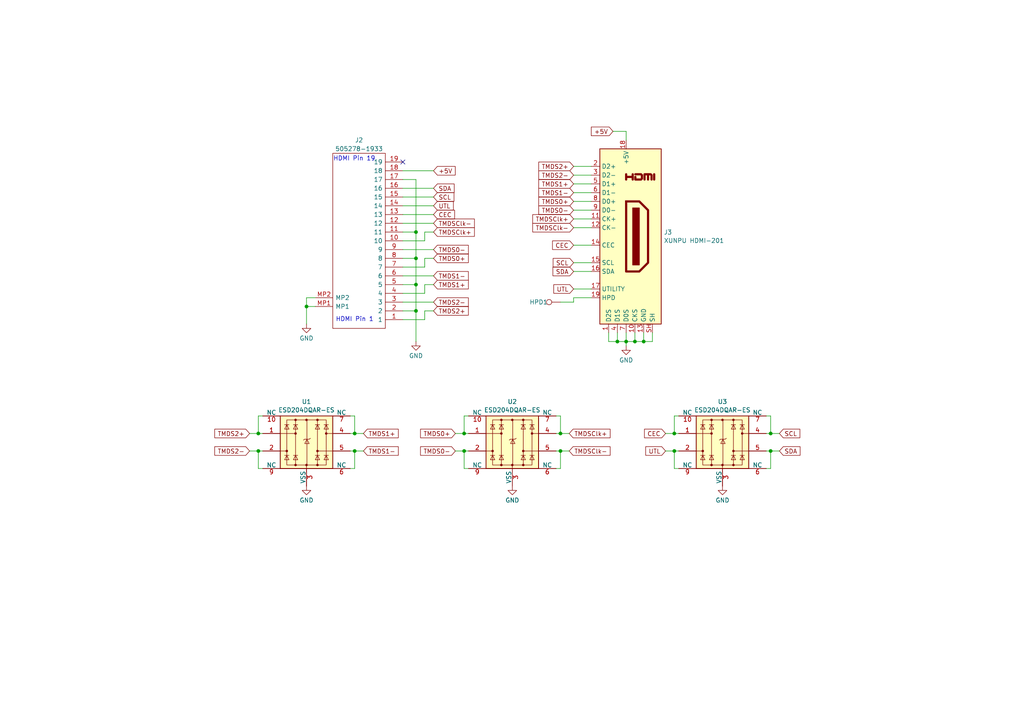
<source format=kicad_sch>
(kicad_sch (version 20240101) (generator "eeschema") (generator_version "8.99")
  (paper "A4")
  (lib_symbols
    (symbol "Connector:HDMI_C_1.3"
      (property "Reference" "J" (at -6.35 26.67 0))
      (property "Value" "HDMI_C_1.3" (at 10.16 26.67 0))
      (symbol "HDMI_C_1.3_0_0"
        (polyline (pts (xy 8.128 16.51) (xy 8.128 18.034)) (stroke (width 0.635)))
        (polyline (pts (xy 0 16.51) (xy 0 18.034) (xy 0 17.272) (xy 1.905 17.272) (xy 1.905 18.034) (xy 1.905 16.51)) (stroke (width 0.635)))
        (polyline (pts (xy 2.667 18.034) (xy 4.318 18.034) (xy 4.572 17.78) (xy 4.572 16.764) (xy 4.318 16.51) (xy 2.667 16.51) (xy 2.667 17.272)) (stroke (width 0.635)))
      )
      (symbol "HDMI_C_1.3_0_1"
        (rectangle (start -7.62 25.4) (end 10.16 -25.4) (stroke (width 0.254)) (fill (type background)))
        (polyline (pts (xy 0 10.16) (xy 3.81 10.16) (xy 6.35 7.62) (xy 6.35 -7.62) (xy 3.81 -10.16) (xy 0 -10.16) (xy 0 10.16)) (stroke (width 0.635)))
        (polyline (pts (xy 5.334 16.51) (xy 5.334 18.034) (xy 6.35 18.034) (xy 6.35 16.51) (xy 6.35 18.034) (xy 7.112 18.034) (xy 7.366 17.78) (xy 7.366 16.51)) (stroke (width 0.635)))
        (rectangle (start 1.905 8.255) (end 3.81 -8.255) (stroke (width 0.254)) (fill (type outline)))
      )
      (symbol "HDMI_C_1.3_1_1"
        (pin power_in line (at -5.08 -27.94 90) (length 2.54) (name "D2S") (number "1"))
        (pin power_in line (at 2.54 -27.94 90) (length 2.54) (name "CKS") (number "10"))
        (pin passive line (at -10.16 5.08 0) (length 2.54) (name "CK+") (number "11"))
        (pin passive line (at -10.16 2.54 0) (length 2.54) (name "CK-") (number "12"))
        (pin power_in line (at 5.08 -27.94 90) (length 2.54) (name "GND") (number "13"))
        (pin bidirectional line (at -10.16 -2.54 0) (length 2.54) (name "CEC") (number "14"))
        (pin passive line (at -10.16 -7.62 0) (length 2.54) (name "SCL") (number "15"))
        (pin bidirectional line (at -10.16 -10.16 0) (length 2.54) (name "SDA") (number "16"))
        (pin passive line (at -10.16 -15.24 0) (length 2.54) (name "UTILITY") (number "17"))
        (pin power_in line (at 0 27.94 270) (length 2.54) (name "+5V") (number "18"))
        (pin passive line (at -10.16 -17.78 0) (length 2.54) (name "HPD") (number "19"))
        (pin passive line (at -10.16 20.32 0) (length 2.54) (name "D2+") (number "2"))
        (pin passive line (at -10.16 17.78 0) (length 2.54) (name "D2-") (number "3"))
        (pin power_in line (at -2.54 -27.94 90) (length 2.54) (name "D1S") (number "4"))
        (pin passive line (at -10.16 15.24 0) (length 2.54) (name "D1+") (number "5"))
        (pin passive line (at -10.16 12.7 0) (length 2.54) (name "D1-") (number "6"))
        (pin power_in line (at 0 -27.94 90) (length 2.54) (name "D0S") (number "7"))
        (pin passive line (at -10.16 10.16 0) (length 2.54) (name "D0+") (number "8"))
        (pin passive line (at -10.16 7.62 0) (length 2.54) (name "D0-") (number "9"))
        (pin passive line (at 7.62 -27.94 90) (length 2.54) (name "SH") (number "SH"))
      )
    )
    (symbol "Connector:TestPoint" (pin_numbers hide) (pin_names (offset 0.762) hide)
      (property "Reference" "TP" (at 0 6.858 0))
      (property "Value" "TestPoint" (at 0 5.08 0))
      (symbol "TestPoint_0_1"
        (circle (center 0 3.302) (radius 0.762))
      )
      (symbol "TestPoint_1_1"
        (pin passive line (at 0 0 90) (length 2.54) (name "1") (number "1"))
      )
    )
    (symbol "Power_Protection:D3V3XA4B10LP" (pin_names (offset 0))
      (property "Reference" "U" (at -0.635 8.89 0))
      (property "Value" "D3V3XA4B10LP" (at 8.89 -10.16 0))
      (symbol "D3V3XA4B10LP_0_0"
        (rectangle (start -5.715 6.477) (end 5.715 -6.604))
        (polyline (pts (xy -3.175 -6.604) (xy -3.175 6.477)))
        (polyline (pts (xy 0.127 6.477) (xy 0.127 -6.604)))
        (polyline (pts (xy 3.175 6.477) (xy 3.175 -6.604)))
      )
      (symbol "D3V3XA4B10LP_0_1"
        (rectangle (start -7.62 7.62) (end 7.62 -7.62) (stroke (width 0.254)) (fill (type background)))
        (circle (center -5.715 -2.54) (radius 0.2794) (fill (type outline)))
        (circle (center -3.175 -6.604) (radius 0.2794) (fill (type outline)))
        (circle (center -3.175 2.54) (radius 0.2794) (fill (type outline)))
        (circle (center -3.175 6.477) (radius 0.2794) (fill (type outline)))
        (circle (center 0 -6.604) (radius 0.2794) (fill (type outline)))
        (polyline (pts (xy -7.747 2.54) (xy -3.175 2.54)))
        (polyline (pts (xy -7.62 -2.54) (xy -5.715 -2.54)))
        (polyline (pts (xy -5.08 -3.81) (xy -6.35 -3.81)))
        (polyline (pts (xy -5.08 5.08) (xy -6.35 5.08)))
        (polyline (pts (xy -2.54 -3.81) (xy -3.81 -3.81)))
        (polyline (pts (xy -2.54 5.08) (xy -3.81 5.08)))
        (polyline (pts (xy -0.508 0.889) (xy -0.889 0.635)))
        (polyline (pts (xy 0 -6.604) (xy 0 -7.62)))
        (polyline (pts (xy 0.762 0.889) (xy -0.508 0.889)))
        (polyline (pts (xy 0.762 0.889) (xy 1.143 1.143)))
        (polyline (pts (xy 3.81 -3.81) (xy 2.54 -3.81)))
        (polyline (pts (xy 3.81 5.08) (xy 2.54 5.08)))
        (polyline (pts (xy 6.35 -3.81) (xy 5.08 -3.81)))
        (polyline (pts (xy 6.35 5.08) (xy 5.08 5.08)))
        (polyline (pts (xy 7.62 -2.54) (xy 3.175 -2.54)))
        (polyline (pts (xy 7.62 2.54) (xy 5.715 2.54)))
        (polyline (pts (xy -5.08 -5.08) (xy -6.35 -5.08) (xy -5.715 -3.81) (xy -5.08 -5.08)))
        (polyline (pts (xy -5.08 3.81) (xy -6.35 3.81) (xy -5.715 5.08) (xy -5.08 3.81)))
        (polyline (pts (xy -2.54 -5.08) (xy -3.81 -5.08) (xy -3.175 -3.81) (xy -2.54 -5.08)))
        (polyline (pts (xy -2.54 3.81) (xy -3.81 3.81) (xy -3.175 5.08) (xy -2.54 3.81)))
        (polyline (pts (xy 0.762 -0.381) (xy -0.508 -0.381) (xy 0.127 0.889) (xy 0.762 -0.381)))
        (polyline (pts (xy 3.81 -5.08) (xy 2.54 -5.08) (xy 3.175 -3.81) (xy 3.81 -5.08)))
        (polyline (pts (xy 3.81 3.81) (xy 2.54 3.81) (xy 3.175 5.08) (xy 3.81 3.81)))
        (polyline (pts (xy 6.35 -5.08) (xy 5.08 -5.08) (xy 5.715 -3.81) (xy 6.35 -5.08)))
        (polyline (pts (xy 6.35 3.81) (xy 5.08 3.81) (xy 5.715 5.08) (xy 6.35 3.81)))
        (circle (center 0 6.477) (radius 0.2794) (fill (type outline)))
        (circle (center 3.175 -6.604) (radius 0.2794) (fill (type outline)))
        (circle (center 3.175 -2.54) (radius 0.2794) (fill (type outline)))
        (circle (center 3.175 6.477) (radius 0.2794) (fill (type outline)))
        (circle (center 5.715 2.54) (radius 0.2794) (fill (type outline)))
      )
      (symbol "D3V3XA4B10LP_1_1"
        (pin passive line (at -12.7 2.54 0) (length 5.08) (name "~") (number "1"))
        (pin free line (at -12.7 7.62 0) (length 5.08) (name "NC") (number "10"))
        (pin passive line (at -12.7 -2.54 0) (length 5.08) (name "~") (number "2"))
        (pin power_in line (at 0 -12.7 90) (length 5.08) (name "VSS") (number "3"))
        (pin passive line (at 12.7 2.54 180) (length 5.08) (name "~") (number "4"))
        (pin passive line (at 12.7 -2.54 180) (length 5.08) (name "~") (number "5"))
        (pin free line (at 12.7 -7.62 180) (length 5.08) (name "NC") (number "6"))
        (pin free line (at 12.7 7.62 180) (length 5.08) (name "NC") (number "7"))
        (pin passive line (at 0 -12.7 90) (length 5.08) hide (name "VSS") (number "8"))
        (pin free line (at -12.7 -7.62 0) (length 5.08) (name "NC") (number "9"))
      )
    )
    (symbol "SamacSys_Parts:505278-1933" (pin_names (offset 0.762))
      (property "Reference" "J23" (at 12.7 6.6337 0))
      (property "Value" "505278-1933" (at 12.7 4.2094 0))
      (symbol "505278-1933_0_0"
        (pin passive line (at 25.4 0 180) (length 5.08) (name "1") (number "1"))
        (pin passive line (at 25.4 -22.86 180) (length 5.08) (name "10") (number "10"))
        (pin passive line (at 25.4 -25.4 180) (length 5.08) (name "11") (number "11"))
        (pin passive line (at 25.4 -27.94 180) (length 5.08) (name "12") (number "12"))
        (pin passive line (at 25.4 -30.48 180) (length 5.08) (name "13") (number "13"))
        (pin passive line (at 25.4 -33.02 180) (length 5.08) (name "14") (number "14"))
        (pin passive line (at 25.4 -35.56 180) (length 5.08) (name "15") (number "15"))
        (pin passive line (at 25.4 -38.1 180) (length 5.08) (name "16") (number "16"))
        (pin passive line (at 25.4 -40.64 180) (length 5.08) (name "17") (number "17"))
        (pin passive line (at 25.4 -43.18 180) (length 5.08) (name "18") (number "18"))
        (pin passive line (at 25.4 -45.72 180) (length 5.08) (name "19") (number "19"))
        (pin passive line (at 25.4 -2.54 180) (length 5.08) (name "2") (number "2"))
        (pin passive line (at 25.4 -5.08 180) (length 5.08) (name "3") (number "3"))
        (pin passive line (at 25.4 -7.62 180) (length 5.08) (name "4") (number "4"))
        (pin passive line (at 25.4 -10.16 180) (length 5.08) (name "5") (number "5"))
        (pin passive line (at 25.4 -12.7 180) (length 5.08) (name "6") (number "6"))
        (pin passive line (at 25.4 -15.24 180) (length 5.08) (name "7") (number "7"))
        (pin passive line (at 25.4 -17.78 180) (length 5.08) (name "8") (number "8"))
        (pin passive line (at 25.4 -20.32 180) (length 5.08) (name "9") (number "9"))
        (pin passive line (at 0 -3.81 0) (length 5.08) (name "MP1") (number "MP1"))
        (pin passive line (at 0 -6.35 0) (length 5.08) (name "MP2") (number "MP2"))
      )
      (symbol "505278-1933_0_1"
        (polyline (pts (xy 5.08 2.54) (xy 20.32 2.54) (xy 20.32 -48.26) (xy 5.08 -48.26) (xy 5.08 2.54)) (stroke (width 0.1524)))
      )
    )
    (symbol "power:GND" (power) (pin_names (offset 0))
      (property "Value" "GND" (at 0 -3.81 0))
      (symbol "GND_0_1"
        (polyline (pts (xy 0 0) (xy 0 -1.27) (xy 1.27 -1.27) (xy 0 -2.54) (xy -1.27 -1.27) (xy 0 -1.27)))
      )
      (symbol "GND_1_1"
        (pin power_in line (at 0 0 270) (length 0) hide (name "GND") (number "1"))
      )
    )
  )
  (junction (at 74.93 125.73))
  (junction (at 134.62 130.81))
  (junction (at 223.52 130.81))
  (junction (at 134.62 125.73))
  (junction (at 120.65 82.55))
  (junction (at 162.56 125.73))
  (junction (at 195.58 125.73))
  (junction (at 120.65 90.17))
  (junction (at 181.61 99.06))
  (junction (at 184.15 99.06))
  (junction (at 186.69 99.06))
  (junction (at 120.65 74.93))
  (junction (at 162.56 130.81))
  (junction (at 102.87 125.73))
  (junction (at 195.58 130.81))
  (junction (at 120.65 67.31))
  (junction (at 223.52 125.73))
  (junction (at 102.87 130.81))
  (junction (at 88.9 88.9))
  (junction (at 179.07 99.06))
  (junction (at 74.93 130.81))
  (no_connect (at 116.84 46.99))
  (wire (pts (xy 134.62 135.89) (xy 134.62 130.81)))
  (wire (pts (xy 102.87 135.89) (xy 102.87 130.81)))
  (wire (pts (xy 125.73 87.63) (xy 116.84 87.63)))
  (wire (pts (xy 189.23 99.06) (xy 189.23 96.52)))
  (wire (pts (xy 116.84 69.85) (xy 123.19 69.85)))
  (wire (pts (xy 177.8 38.1) (xy 181.61 38.1)))
  (wire (pts (xy 223.52 135.89) (xy 223.52 130.81)))
  (wire (pts (xy 72.39 125.73) (xy 74.93 125.73)))
  (wire (pts (xy 166.37 78.74) (xy 171.45 78.74)))
  (wire (pts (xy 123.19 82.55) (xy 123.19 85.09)))
  (wire (pts (xy 88.9 86.36) (xy 88.9 88.9)))
  (wire (pts (xy 165.1 125.73) (xy 162.56 125.73)))
  (wire (pts (xy 120.65 90.17) (xy 116.84 90.17)))
  (wire (pts (xy 166.37 63.5) (xy 171.45 63.5)))
  (wire (pts (xy 181.61 99.06) (xy 184.15 99.06)))
  (wire (pts (xy 125.73 80.01) (xy 116.84 80.01)))
  (wire (pts (xy 196.85 120.65) (xy 195.58 120.65)))
  (wire (pts (xy 132.08 125.73) (xy 134.62 125.73)))
  (wire (pts (xy 101.6 135.89) (xy 102.87 135.89)))
  (wire (pts (xy 161.29 120.65) (xy 162.56 120.65)))
  (wire (pts (xy 166.37 53.34) (xy 171.45 53.34)))
  (wire (pts (xy 195.58 125.73) (xy 196.85 125.73)))
  (wire (pts (xy 195.58 135.89) (xy 195.58 130.81)))
  (wire (pts (xy 166.37 71.12) (xy 171.45 71.12)))
  (wire (pts (xy 226.06 125.73) (xy 223.52 125.73)))
  (wire (pts (xy 105.41 125.73) (xy 102.87 125.73)))
  (wire (pts (xy 116.84 59.69) (xy 125.73 59.69)))
  (wire (pts (xy 74.93 135.89) (xy 74.93 130.81)))
  (wire (pts (xy 102.87 120.65) (xy 102.87 125.73)))
  (wire (pts (xy 179.07 99.06) (xy 181.61 99.06)))
  (wire (pts (xy 135.89 120.65) (xy 134.62 120.65)))
  (wire (pts (xy 166.37 83.82) (xy 171.45 83.82)))
  (wire (pts (xy 74.93 120.65) (xy 74.93 125.73)))
  (wire (pts (xy 74.93 125.73) (xy 76.2 125.73)))
  (wire (pts (xy 120.65 82.55) (xy 120.65 74.93)))
  (wire (pts (xy 162.56 130.81) (xy 161.29 130.81)))
  (wire (pts (xy 88.9 93.98) (xy 88.9 88.9)))
  (wire (pts (xy 88.9 88.9) (xy 91.44 88.9)))
  (wire (pts (xy 193.04 125.73) (xy 195.58 125.73)))
  (wire (pts (xy 165.1 130.81) (xy 162.56 130.81)))
  (wire (pts (xy 223.52 125.73) (xy 222.25 125.73)))
  (wire (pts (xy 166.37 66.04) (xy 171.45 66.04)))
  (wire (pts (xy 72.39 130.81) (xy 74.93 130.81)))
  (wire (pts (xy 125.73 67.31) (xy 123.19 67.31)))
  (wire (pts (xy 222.25 120.65) (xy 223.52 120.65)))
  (wire (pts (xy 116.84 77.47) (xy 123.19 77.47)))
  (wire (pts (xy 74.93 130.81) (xy 76.2 130.81)))
  (wire (pts (xy 135.89 135.89) (xy 134.62 135.89)))
  (wire (pts (xy 223.52 130.81) (xy 222.25 130.81)))
  (wire (pts (xy 116.84 49.53) (xy 125.73 49.53)))
  (wire (pts (xy 161.29 135.89) (xy 162.56 135.89)))
  (wire (pts (xy 120.65 74.93) (xy 120.65 67.31)))
  (wire (pts (xy 181.61 99.06) (xy 181.61 100.33)))
  (wire (pts (xy 162.56 125.73) (xy 161.29 125.73)))
  (wire (pts (xy 125.73 74.93) (xy 123.19 74.93)))
  (wire (pts (xy 162.56 87.63) (xy 166.37 87.63)))
  (wire (pts (xy 186.69 96.52) (xy 186.69 99.06)))
  (wire (pts (xy 176.53 99.06) (xy 179.07 99.06)))
  (wire (pts (xy 91.44 86.36) (xy 88.9 86.36)))
  (wire (pts (xy 125.73 57.15) (xy 116.84 57.15)))
  (wire (pts (xy 222.25 135.89) (xy 223.52 135.89)))
  (wire (pts (xy 120.65 74.93) (xy 116.84 74.93)))
  (wire (pts (xy 176.53 96.52) (xy 176.53 99.06)))
  (wire (pts (xy 181.61 96.52) (xy 181.61 99.06)))
  (wire (pts (xy 184.15 99.06) (xy 186.69 99.06)))
  (wire (pts (xy 166.37 60.96) (xy 171.45 60.96)))
  (wire (pts (xy 120.65 52.07) (xy 116.84 52.07)))
  (wire (pts (xy 116.84 62.23) (xy 125.73 62.23)))
  (wire (pts (xy 120.65 99.06) (xy 120.65 90.17)))
  (wire (pts (xy 134.62 120.65) (xy 134.62 125.73)))
  (wire (pts (xy 184.15 96.52) (xy 184.15 99.06)))
  (wire (pts (xy 125.73 82.55) (xy 123.19 82.55)))
  (wire (pts (xy 132.08 130.81) (xy 134.62 130.81)))
  (wire (pts (xy 195.58 120.65) (xy 195.58 125.73)))
  (wire (pts (xy 186.69 99.06) (xy 189.23 99.06)))
  (wire (pts (xy 181.61 38.1) (xy 181.61 40.64)))
  (wire (pts (xy 134.62 130.81) (xy 135.89 130.81)))
  (wire (pts (xy 125.73 72.39) (xy 116.84 72.39)))
  (wire (pts (xy 193.04 130.81) (xy 195.58 130.81)))
  (wire (pts (xy 166.37 87.63) (xy 166.37 86.36)))
  (wire (pts (xy 162.56 135.89) (xy 162.56 130.81)))
  (wire (pts (xy 166.37 48.26) (xy 171.45 48.26)))
  (wire (pts (xy 102.87 130.81) (xy 101.6 130.81)))
  (wire (pts (xy 120.65 67.31) (xy 120.65 52.07)))
  (wire (pts (xy 125.73 90.17) (xy 123.19 90.17)))
  (wire (pts (xy 166.37 50.8) (xy 171.45 50.8)))
  (wire (pts (xy 223.52 120.65) (xy 223.52 125.73)))
  (wire (pts (xy 166.37 58.42) (xy 171.45 58.42)))
  (wire (pts (xy 120.65 82.55) (xy 116.84 82.55)))
  (wire (pts (xy 134.62 125.73) (xy 135.89 125.73)))
  (wire (pts (xy 116.84 54.61) (xy 125.73 54.61)))
  (wire (pts (xy 125.73 64.77) (xy 116.84 64.77)))
  (wire (pts (xy 120.65 67.31) (xy 116.84 67.31)))
  (wire (pts (xy 123.19 85.09) (xy 116.84 85.09)))
  (wire (pts (xy 166.37 55.88) (xy 171.45 55.88)))
  (wire (pts (xy 123.19 74.93) (xy 123.19 77.47)))
  (wire (pts (xy 120.65 90.17) (xy 120.65 82.55)))
  (wire (pts (xy 195.58 130.81) (xy 196.85 130.81)))
  (wire (pts (xy 166.37 76.2) (xy 171.45 76.2)))
  (wire (pts (xy 162.56 120.65) (xy 162.56 125.73)))
  (wire (pts (xy 196.85 135.89) (xy 195.58 135.89)))
  (wire (pts (xy 76.2 135.89) (xy 74.93 135.89)))
  (wire (pts (xy 166.37 86.36) (xy 171.45 86.36)))
  (wire (pts (xy 123.19 69.85) (xy 123.19 67.31)))
  (wire (pts (xy 102.87 125.73) (xy 101.6 125.73)))
  (wire (pts (xy 76.2 120.65) (xy 74.93 120.65)))
  (wire (pts (xy 179.07 96.52) (xy 179.07 99.06)))
  (wire (pts (xy 101.6 120.65) (xy 102.87 120.65)))
  (wire (pts (xy 105.41 130.81) (xy 102.87 130.81)))
  (wire (pts (xy 116.84 92.71) (xy 123.19 92.71)))
  (wire (pts (xy 226.06 130.81) (xy 223.52 130.81)))
  (wire (pts (xy 123.19 92.71) (xy 123.19 90.17)))
  (text "HDMI Pin 19" (at 102.7582 46.113 0) (effects (font (size 1.27 1.27))))
  (text "HDMI Pin 1" (at 102.87 92.71 0) (effects (font (size 1.27 1.27))))
  (global_label "CEC" (shape input) (at 125.73 62.23 0) (property "Intersheetrefs" "${INTERSHEET_REFS}" (effects (hide yes))))
  (global_label "CEC" (shape input) (at 193.04 125.73 180) (property "Intersheetrefs" "${INTERSHEET_REFS}" (effects (hide yes))))
  (global_label "TMDS0+" (shape input) (at 125.73 74.93 0) (property "Intersheetrefs" "${INTERSHEET_REFS}" (effects (hide yes))))
  (global_label "TMDSClk+" (shape input) (at 166.37 63.5 180) (property "Intersheetrefs" "${INTERSHEET_REFS}" (effects (hide yes))))
  (global_label "TMDSClk-" (shape input) (at 166.37 66.04 180) (property "Intersheetrefs" "${INTERSHEET_REFS}" (effects (hide yes))))
  (global_label "CEC" (shape input) (at 166.37 71.12 180) (property "Intersheetrefs" "${INTERSHEET_REFS}" (effects (hide yes))))
  (global_label "UTL" (shape input) (at 125.73 59.69 0) (property "Intersheetrefs" "${INTERSHEET_REFS}" (effects (hide yes))))
  (global_label "TMDS1-" (shape input) (at 166.37 55.88 180) (property "Intersheetrefs" "${INTERSHEET_REFS}" (effects (hide yes))))
  (global_label "SDA" (shape input) (at 226.06 130.81 0) (property "Intersheetrefs" "${INTERSHEET_REFS}" (effects (hide yes))))
  (global_label "TMDS2-" (shape input) (at 72.39 130.81 180) (property "Intersheetrefs" "${INTERSHEET_REFS}" (effects (hide yes))))
  (global_label "TMDS1-" (shape input) (at 105.41 130.81 0) (property "Intersheetrefs" "${INTERSHEET_REFS}" (effects (hide yes))))
  (global_label "TMDS2+" (shape input) (at 72.39 125.73 180) (property "Intersheetrefs" "${INTERSHEET_REFS}" (effects (hide yes))))
  (global_label "TMDS1+" (shape input) (at 105.41 125.73 0) (property "Intersheetrefs" "${INTERSHEET_REFS}" (effects (hide yes))))
  (global_label "TMDS0+" (shape input) (at 132.08 125.73 180) (property "Intersheetrefs" "${INTERSHEET_REFS}" (effects (hide yes))))
  (global_label "TMDS1+" (shape input) (at 166.37 53.34 180) (property "Intersheetrefs" "${INTERSHEET_REFS}" (effects (hide yes))))
  (global_label "+5V" (shape input) (at 125.73 49.53 0) (property "Intersheetrefs" "${INTERSHEET_REFS}" (effects (hide yes))))
  (global_label "TMDSClk-" (shape input) (at 165.1 130.81 0) (property "Intersheetrefs" "${INTERSHEET_REFS}" (effects (hide yes))))
  (global_label "TMDS1+" (shape input) (at 125.73 82.55 0) (property "Intersheetrefs" "${INTERSHEET_REFS}" (effects (hide yes))))
  (global_label "TMDSClk-" (shape input) (at 125.73 64.77 0) (property "Intersheetrefs" "${INTERSHEET_REFS}" (effects (hide yes))))
  (global_label "SDA" (shape input) (at 125.73 54.61 0) (property "Intersheetrefs" "${INTERSHEET_REFS}" (effects (hide yes))))
  (global_label "TMDS2-" (shape input) (at 166.37 50.8 180) (property "Intersheetrefs" "${INTERSHEET_REFS}" (effects (hide yes))))
  (global_label "TMDS2+" (shape input) (at 125.73 90.17 0) (property "Intersheetrefs" "${INTERSHEET_REFS}" (effects (hide yes))))
  (global_label "TMDS0+" (shape input) (at 166.37 58.42 180) (property "Intersheetrefs" "${INTERSHEET_REFS}" (effects (hide yes))))
  (global_label "SCL" (shape input) (at 125.73 57.15 0) (property "Intersheetrefs" "${INTERSHEET_REFS}" (effects (hide yes))))
  (global_label "TMDSClk+" (shape input) (at 165.1 125.73 0) (property "Intersheetrefs" "${INTERSHEET_REFS}" (effects (hide yes))))
  (global_label "TMDS0-" (shape input) (at 166.37 60.96 180) (property "Intersheetrefs" "${INTERSHEET_REFS}" (effects (hide yes))))
  (global_label "TMDS0-" (shape input) (at 132.08 130.81 180) (property "Intersheetrefs" "${INTERSHEET_REFS}" (effects (hide yes))))
  (global_label "SDA" (shape input) (at 166.37 78.74 180) (property "Intersheetrefs" "${INTERSHEET_REFS}" (effects (hide yes))))
  (global_label "UTL" (shape input) (at 193.04 130.81 180) (property "Intersheetrefs" "${INTERSHEET_REFS}" (effects (hide yes))))
  (global_label "TMDS1-" (shape input) (at 125.73 80.01 0) (property "Intersheetrefs" "${INTERSHEET_REFS}" (effects (hide yes))))
  (global_label "SCL" (shape input) (at 226.06 125.73 0) (property "Intersheetrefs" "${INTERSHEET_REFS}" (effects (hide yes))))
  (global_label "+5V" (shape input) (at 177.8 38.1 180) (property "Intersheetrefs" "${INTERSHEET_REFS}" (effects (hide yes))))
  (global_label "TMDS2-" (shape input) (at 125.73 87.63 0) (property "Intersheetrefs" "${INTERSHEET_REFS}" (effects (hide yes))))
  (global_label "UTL" (shape input) (at 166.37 83.82 180) (property "Intersheetrefs" "${INTERSHEET_REFS}" (effects (hide yes))))
  (global_label "SCL" (shape input) (at 166.37 76.2 180) (property "Intersheetrefs" "${INTERSHEET_REFS}" (effects (hide yes))))
  (global_label "TMDS0-" (shape input) (at 125.73 72.39 0) (property "Intersheetrefs" "${INTERSHEET_REFS}" (effects (hide yes))))
  (global_label "TMDSClk+" (shape input) (at 125.73 67.31 0) (property "Intersheetrefs" "${INTERSHEET_REFS}" (effects (hide yes))))
  (global_label "TMDS2+" (shape input) (at 166.37 48.26 180) (property "Intersheetrefs" "${INTERSHEET_REFS}" (effects (hide yes))))
  (symbol (lib_id "Connector:HDMI_C_1.3") (at 181.61 68.58 0) (unit 1)
    (property "Reference" "J3" (at 192.532 67.3678 0) (effects (justify left)))
    (property "Value" "XUNPU HDMI-201" (at 192.532 69.7921 0) (effects (justify left)))
    (property "Footprint" "SamacSys_Parts:685119136923" (effects (hide yes)))
    (property "Datasheet" "http://pinoutguide.com/PortableDevices/mini_hdmi_pinout.shtml" (effects (hide yes)))
    (property "Description" "HDMI 1.3+ type C connector" (effects (hide yes)))
  )
  (symbol (lib_id "power:GND") (at 148.59 140.97 0) (mirror y) (unit 1)
    (property "Reference" "#PWR04" (effects (hide yes)))
    (property "Value" "GND" (at 148.59 145.1031 0))
    (property "Description" "Power symbol creates a global label with name \"GND\" , ground" (effects (hide yes)))
  )
  (symbol (lib_id "Connector:TestPoint") (at 162.56 87.63 90) (unit 1)
    (property "Reference" "HPD1" (at 156.21 87.63 90))
    (property "Value" "TestPoint" (effects (hide yes)))
    (property "Footprint" "TestPoint:TestPoint_Pad_D1.0mm" (effects (hide yes)))
    (property "Description" "test point" (effects (hide yes)))
  )
  (symbol (lib_id "SamacSys_Parts:505278-1933") (at 91.44 92.71 0) (mirror x) (unit 1)
    (property "Reference" "J2" (at 104.14 40.64 0))
    (property "Value" "505278-1933" (at 104.14 43.18 0))
    (property "Footprint" "SamacSys_Parts:5052781933" (effects (hide yes)))
    (property "Datasheet" "https://www.molex.com/pdm_docs/sd/5052781933_sd.pdf" (effects (hide yes)))
    (property "Description" "FFC & FPC Connectors 0.5 FFC ZIF BTM CONT 19Ckt R/A FRONT FLIP" (effects (hide yes)))
    (property "Height" "2.15" (effects (hide yes)))
    (property "Mouser Part Number" "538-505278-1933" (effects (hide yes)))
    (property "Mouser Price/Stock" "https://www.mouser.co.uk/ProductDetail/Molex/505278-1933?qs=c8NFF48pVsDT1Rm30ZuzyA%3D%3D" (effects (hide yes)))
    (property "Manufacturer_Name" "Molex" (effects (hide yes)))
    (property "Manufacturer_Part_Number" "505278-1933" (effects (hide yes)))
  )
  (symbol (lib_id "power:GND") (at 88.9 140.97 0) (mirror y) (unit 1)
    (property "Reference" "#PWR02" (effects (hide yes)))
    (property "Value" "GND" (at 88.9 145.1031 0))
    (property "Description" "Power symbol creates a global label with name \"GND\" , ground" (effects (hide yes)))
  )
  (symbol (lib_id "Power_Protection:D3V3XA4B10LP") (at 88.9 128.27 0) (unit 1)
    (property "Reference" "U1" (at 88.9 116.5055 0))
    (property "Value" "ESD204DQAR-ES" (at 88.9 118.9298 0))
    (property "Footprint" "Package_DFN_QFN:Diodes_UDFN-10_1.0x2.5mm_P0.5mm" (effects (hide yes)))
    (property "Description" "4-Channel Low Capacitance TVS Diode Array, DFN-10" (effects (hide yes)))
  )
  (symbol (lib_id "power:GND") (at 209.55 140.97 0) (mirror y) (unit 1)
    (property "Reference" "#PWR06" (effects (hide yes)))
    (property "Value" "GND" (at 209.55 145.1031 0))
    (property "Description" "Power symbol creates a global label with name \"GND\" , ground" (effects (hide yes)))
  )
  (symbol (lib_id "power:GND") (at 88.9 93.98 0) (unit 1)
    (property "Reference" "#PWR01" (effects (hide yes)))
    (property "Value" "GND" (at 88.9 98.1131 0))
    (property "Description" "Power symbol creates a global label with name \"GND\" , ground" (effects (hide yes)))
  )
  (symbol (lib_id "Power_Protection:D3V3XA4B10LP") (at 209.55 128.27 0) (unit 1)
    (property "Reference" "U3" (at 209.55 116.5055 0))
    (property "Value" "ESD204DQAR-ES" (at 209.55 118.9298 0))
    (property "Footprint" "Package_DFN_QFN:Diodes_UDFN-10_1.0x2.5mm_P0.5mm" (effects (hide yes)))
    (property "Description" "4-Channel Low Capacitance TVS Diode Array, DFN-10" (effects (hide yes)))
  )
  (symbol (lib_id "power:GND") (at 181.61 100.33 0) (mirror y) (unit 1)
    (property "Reference" "#PWR05" (effects (hide yes)))
    (property "Value" "GND" (at 181.61 104.4631 0))
    (property "Description" "Power symbol creates a global label with name \"GND\" , ground" (effects (hide yes)))
  )
  (symbol (lib_id "power:GND") (at 120.65 99.06 0) (mirror y) (unit 1)
    (property "Reference" "#PWR03" (effects (hide yes)))
    (property "Value" "GND" (at 120.65 103.1931 0))
    (property "Description" "Power symbol creates a global label with name \"GND\" , ground" (effects (hide yes)))
  )
  (symbol (lib_id "Power_Protection:D3V3XA4B10LP") (at 148.59 128.27 0) (unit 1)
    (property "Reference" "U2" (at 148.59 116.5055 0))
    (property "Value" "ESD204DQAR-ES" (at 148.59 118.9298 0))
    (property "Footprint" "Package_DFN_QFN:Diodes_UDFN-10_1.0x2.5mm_P0.5mm" (effects (hide yes)))
    (property "Description" "4-Channel Low Capacitance TVS Diode Array, DFN-10" (effects (hide yes)))
  )
)
</source>
